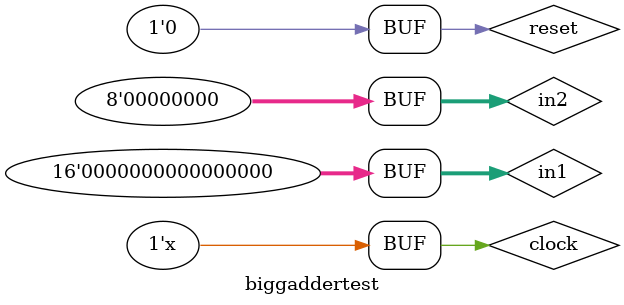
<source format=v>
`timescale 1ns / 1ps


module biggaddertest;

	// Inputs
	reg clock;
	reg reset;
	reg [15:0] in1;
	reg [7:0] in2;

	// Outputs
	wire [16:0] out;

	// Instantiate the Unit Under Test (UUT)
	bigadder uut (
		.clock(clock), 
		.reset(reset), 
		.in1(in1), 
		.in2(in2), 
		.out(out)
	);

	initial begin
		// Initialize Inputs
		clock = 0;
		reset = 0;
		in1 = 0;
		in2 = 0;

		// Wait 100 ns for global reset to finish
		#100;
        
		// Add stimulus here
		#10 in1 = 16'b1111111111111111;
		#10 in2 = 8'b00000001;
		#10 in1 = 0;
		#10 in2 = 0;

	end
      
	always
			#5 clock = ~clock;
		
endmodule


</source>
